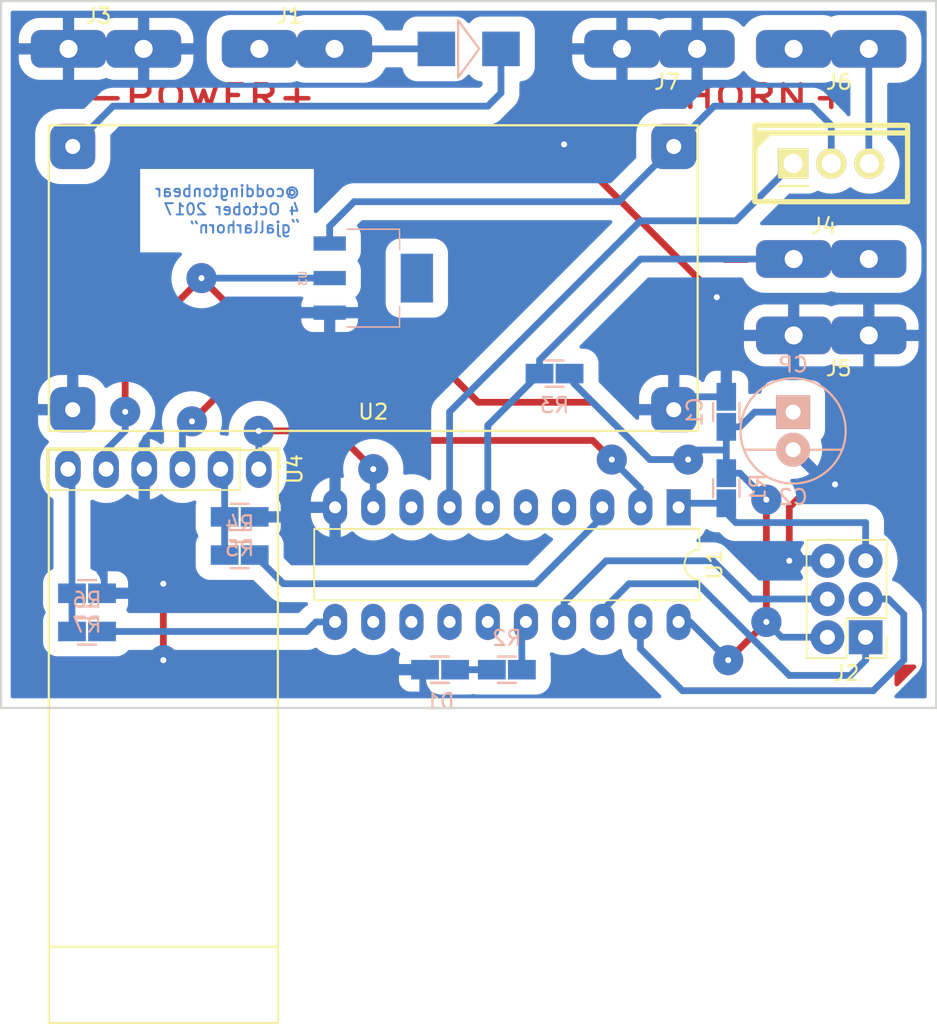
<source format=kicad_pcb>
(kicad_pcb (version 20221018) (generator pcbnew)
  (layers (0 "F.Cu" signal) (31 "B.Cu" signal) (34 "B.Paste" user) (35 "F.Paste" user) (36 "B.SilkS" user "B.Silkscreen") (37 "F.SilkS" user "F.Silkscreen") (38 "B.Mask" user) (39 "F.Mask" user) (44 "Edge.Cuts" user))
  (net 0 "")
  (net 1 "+12V")
  (net 2 "GND")
  (net 3 "Net-(D1-Pad2)")
  (net 4 "Net-(R2-Pad1)")
  (net 5 "Net-(R4-Pad2)")
  (net 6 "Net-(U1-Pad13)")
  (net 7 "Net-(U1-Pad4)")
  (net 8 "Net-(U1-Pad5)")
  (net 9 "Net-(U1-Pad15)")
  (net 10 "Net-(U1-Pad8)")
  (net 11 "Net-(D2-Pad1)")
  (net 12 "Net-(D2-Pad2)")
  (net 13 "+5V")
  (net 14 "HORN")
  (net 15 "RESET")
  (net 16 "TX")
  (net 17 "Net-(R6-Pad2)")
  (net 18 "BT_ENABLE")
  (net 19 "MISO")
  (net 20 "SCK")
  (net 21 "MOSI")
  (net 22 "BT_STATE")
  (net 23 "RX")
  (net 24 "Net-(U1-Pad14)")
  (net 25 "Net-(U1-Pad12)")
  (net 26 "Net-(J6-Pad1)")
  (net 27 "Net-(J4-Pad1)")
  (footprint "coddingtonbear/coddingtonbear.pretty:TAB" (layer "F.Cu") (at 143.51 38.1 180)
    (fp_text reference "J1" (at 0.5 2.2 180) (layer "F.SilkS"))
    (fp_text value "VCC")
    (pad "1" thru_hole roundrect (at -2.5 0 180) (size 5 2.5) (drill 1.2) (layers "*.Cu" "*.Mask") (net 12 "Net-(D2-Pad2)"))
    (pad "1" thru_hole roundrect (at 2.5 0 180) (size 5 2.5) (drill 1.2) (layers "*.Cu" "*.Mask") (net 12 "Net-(D2-Pad2)"))
  )
  (footprint "coddingtonbear/coddingtonbear.pretty:TAB" (layer "F.Cu") (at 130.81 38.1 180)
    (fp_text reference "J3" (at 0.5 2.2 180) (layer "F.SilkS"))
    (fp_text value "GND")
    (pad "1" thru_hole roundrect (at -2.5 0 180) (size 5 2.5) (drill 1.2) (layers "*.Cu" "*.Mask") (net 2 "GND"))
    (pad "1" thru_hole roundrect (at 2.5 0 180) (size 5 2.5) (drill 1.2) (layers "*.Cu" "*.Mask") (net 2 "GND"))
  )
  (footprint "coddingtonbear/coddingtonbear.pretty:TAB" (layer "F.Cu") (at 179.07 52.07 180)
    (fp_text reference "J4" (at 0.5 2.2 180) (layer "F.SilkS"))
    (fp_text value "BUTTON-")
    (pad "1" thru_hole roundrect (at -2.5 0 180) (size 5 2.5) (drill 1.2) (layers "*.Cu" "*.Mask") (net 27 "Net-(J4-Pad1)"))
    (pad "1" thru_hole roundrect (at 2.5 0 180) (size 5 2.5) (drill 1.2) (layers "*.Cu" "*.Mask") (net 27 "Net-(J4-Pad1)"))
  )
  (footprint "coddingtonbear/coddingtonbear.pretty:TAB" (layer "F.Cu") (at 179.07 57.15)
    (fp_text reference "J5" (at 0.5 2.2) (layer "F.SilkS"))
    (fp_text value "BUTTON+")
    (pad "1" thru_hole roundrect (at -2.5 0) (size 5 2.5) (drill 1.2) (layers "*.Cu" "*.Mask") (net 2 "GND"))
    (pad "1" thru_hole roundrect (at 2.5 0) (size 5 2.5) (drill 1.2) (layers "*.Cu" "*.Mask") (net 2 "GND"))
  )
  (footprint "coddingtonbear/coddingtonbear.pretty:TAB" (layer "F.Cu") (at 179.07 38.1)
    (fp_text reference "J6" (at 0.5 2.2) (layer "F.SilkS"))
    (fp_text value "HORN+")
    (pad "1" thru_hole roundrect (at -2.5 0) (size 5 2.5) (drill 1.2) (layers "*.Cu" "*.Mask") (net 26 "Net-(J6-Pad1)"))
    (pad "1" thru_hole roundrect (at 2.5 0) (size 5 2.5) (drill 1.2) (layers "*.Cu" "*.Mask") (net 26 "Net-(J6-Pad1)"))
  )
  (footprint "coddingtonbear/coddingtonbear.pretty:TAB" (layer "F.Cu") (at 167.64 38.1)
    (fp_text reference "J7" (at 0.5 2.2) (layer "F.SilkS"))
    (fp_text value "HORN-")
    (pad "1" thru_hole roundrect (at -2.5 0) (size 5 2.5) (drill 1.2) (layers "*.Cu" "*.Mask") (net 2 "GND"))
    (pad "1" thru_hole roundrect (at 2.5 0) (size 5 2.5) (drill 1.2) (layers "*.Cu" "*.Mask") (net 2 "GND"))
  )
  (footprint "cpavlina/kicad-pcblib/pth-semi.pretty:TO-220" (layer "F.Cu") (at 179.07 45.72)
    (fp_text reference "Q1" (at 0 0) (layer "F.SilkS") (effects (font (size 0.8 0.8))))
    (fp_text value "Q_NMOS_GDS")
    (fp_line (start -5.08 -2.54) (end -5.08 2.54) (stroke (width 0.35)) (layer "F.SilkS"))
    (fp_line (start -5.08 -2.032) (end 5.08 -2.032) (stroke (width 0.35)) (layer "F.SilkS"))
    (fp_line (start -5.08 2.54) (end 5.08 2.54) (stroke (width 0.35)) (layer "F.SilkS"))
    (fp_line (start -5.0292 -1.1176) (end -4.1656 -1.9812) (stroke (width 0.35)) (layer "F.SilkS"))
    (fp_line (start -4.572 -2.032) (end -5.08 -1.524) (stroke (width 0.35)) (layer "F.SilkS"))
    (fp_line (start -3.5 1.5) (end -1.5 1.5) (stroke (width 0.15)) (layer "F.SilkS"))
    (fp_line (start 5.08 -2.54) (end -5.08 -2.54) (stroke (width 0.35)) (layer "F.SilkS"))
    (fp_line (start 5.08 2.54) (end 5.08 -2.54) (stroke (width 0.35)) (layer "F.SilkS"))
    (pad "1" thru_hole rect (at -2.54 0) (size 1.99898 1.99898) (drill 1.27) (layers "*.Cu" "*.Mask" "F.SilkS") (net 14 "HORN"))
    (pad "2" thru_hole circle (at 0 0) (size 1.99898 1.99898) (drill 1.27) (layers "*.Cu" "*.Mask" "F.SilkS") (net 1 "+12V"))
    (pad "3" thru_hole circle (at 2.54 0) (size 1.99898 1.99898) (drill 1.27) (layers "*.Cu" "*.Mask" "F.SilkS") (net 26 "Net-(J6-Pad1)"))
  )
  (footprint "coddingtonbear/coddingtonbear.pretty:BOOST_REGULATOR" (layer "F.Cu") (at 148.59 53.34)
    (fp_text reference "U2" (at 0 8.89) (layer "F.SilkS"))
    (fp_text value "BOOST_REGULATOR")
    (fp_line (start -21.59 -10.16) (end 21.59 -10.16) (stroke (width 0.15)) (layer "F.SilkS"))
    (fp_line (start -21.59 10.16) (end -21.59 -10.16) (stroke (width 0.15)) (layer "F.SilkS"))
    (fp_line (start 21.59 -10.16) (end 21.59 10.16) (stroke (width 0.15)) (layer "F.SilkS"))
    (fp_line (start 21.59 10.16) (end -21.59 10.16) (stroke (width 0.15)) (layer "F.SilkS"))
    (pad "1" thru_hole roundrect (at -20 -8.75) (size 3 3) (drill 1) (layers "*.Cu" "*.Mask") (net 11 "Net-(D2-Pad1)"))
    (pad "2" thru_hole roundrect (at -20 8.75) (size 3 3) (drill 1) (layers "*.Cu" "*.Mask") (net 2 "GND"))
    (pad "3" thru_hole roundrect (at 20 -8.75) (size 3 3) (drill 1) (layers "*.Cu" "*.Mask") (net 1 "+12V"))
    (pad "4" thru_hole roundrect (at 20 8.75) (size 3 3) (drill 1) (layers "*.Cu" "*.Mask") (net 2 "GND"))
  )
  (footprint "KiCad/Pin_Headers.pretty:Pin_Header_Straight_2x03_Pitch2.54mm" (layer "F.Cu") (at 181.356 77.216 180)
    (fp_text reference "J2" (at 1.27 -2.39 180) (layer "F.SilkS"))
    (fp_text value "PROG")
    (fp_line (start -1.39 -1.39) (end 0 -1.39) (stroke (width 0.12)) (layer "F.SilkS"))
    (fp_line (start -1.39 0) (end -1.39 -1.39) (stroke (width 0.12)) (layer "F.SilkS"))
    (fp_line (start -1.39 1.27) (end -1.39 6.47) (stroke (width 0.12)) (layer "F.SilkS"))
    (fp_line (start -1.39 6.47) (end 3.93 6.47) (stroke (width 0.12)) (layer "F.SilkS"))
    (fp_line (start 1.27 -1.39) (end 1.27 1.27) (stroke (width 0.12)) (layer "F.SilkS"))
    (fp_line (start 1.27 1.27) (end -1.39 1.27) (stroke (width 0.12)) (layer "F.SilkS"))
    (fp_line (start 3.93 -1.39) (end 1.27 -1.39) (stroke (width 0.12)) (layer "F.SilkS"))
    (fp_line (start 3.93 6.47) (end 3.93 -1.39) (stroke (width 0.12)) (layer "F.SilkS"))
    (pad "1" thru_hole rect (at 0 0 180) (size 2.25 2.25) (drill 1) (layers "*.Cu" "*.Mask") (net 19 "MISO"))
    (pad "2" thru_hole oval (at 2.54 0 180) (size 2.25 2.25) (drill 1) (layers "*.Cu" "*.Mask") (net 13 "+5V"))
    (pad "3" thru_hole oval (at 0 2.54 180) (size 2.25 2.25) (drill 1) (layers "*.Cu" "*.Mask") (net 20 "SCK"))
    (pad "4" thru_hole oval (at 2.54 2.54 180) (size 2.25 2.25) (drill 1) (layers "*.Cu" "*.Mask") (net 21 "MOSI"))
    (pad "5" thru_hole oval (at 0 5.08 180) (size 2.25 2.25) (drill 1) (layers "*.Cu" "*.Mask") (net 15 "RESET"))
    (pad "6" thru_hole oval (at 2.54 5.08 180) (size 2.25 2.25) (drill 1) (layers "*.Cu" "*.Mask") (net 2 "GND"))
  )
  (footprint "KiCad/Pin_Headers.pretty:Pin_Header_Straight_1x06_Pitch2.54mm" (layer "F.Cu") (at 140.97 66.04 -90)
    (fp_text reference "U4" (at 0 -2.39 270) (layer "F.SilkS"))
    (fp_text value "HC-05_breakout")
    (fp_line (start -1.39 -1.39) (end 0 -1.39) (stroke (width 0.12)) (layer "F.SilkS"))
    (fp_line (start -1.39 0) (end -1.39 -1.39) (stroke (width 0.12)) (layer "F.SilkS"))
    (fp_line (start -1.39 1.27) (end -1.39 14.09) (stroke (width 0.12)) (layer "F.SilkS"))
    (fp_line (start -1.39 14.09) (end 1.39 14.09) (stroke (width 0.12)) (layer "F.SilkS"))
    (fp_line (start -1.27 -1.27) (end 36.83 -1.27) (stroke (width 0.15)) (layer "F.SilkS"))
    (fp_line (start -1.27 13.97) (end -1.27 -1.27) (stroke (width 0.15)) (layer "F.SilkS"))
    (fp_line (start 1.39 1.27) (end -1.39 1.27) (stroke (width 0.12)) (layer "F.SilkS"))
    (fp_line (start 1.39 14.09) (end 1.39 1.27) (stroke (width 0.12)) (layer "F.SilkS"))
    (fp_line (start 31.75 -1.27) (end 31.75 13.97) (stroke (width 0.15)) (layer "F.SilkS"))
    (fp_line (start 36.83 -1.27) (end 36.83 13.97) (stroke (width 0.15)) (layer "F.SilkS"))
    (fp_line (start 36.83 13.97) (end -1.27 13.97) (stroke (width 0.15)) (layer "F.SilkS"))
    (pad "1" thru_hole oval (at 0 0 270) (size 2.5 1.7) (drill 1) (layers "*.Cu" "*.Mask") (net 22 "BT_STATE"))
    (pad "2" thru_hole oval (at 0 2.54 270) (size 2.5 1.7) (drill 1) (layers "*.Cu" "*.Mask") (net 5 "Net-(R4-Pad2)"))
    (pad "3" thru_hole oval (at 0 5.08 270) (size 2.5 1.7) (drill 1) (layers "*.Cu" "*.Mask") (net 23 "RX"))
    (pad "4" thru_hole oval (at 0 7.62 270) (size 2.5 1.7) (drill 1) (layers "*.Cu" "*.Mask") (net 2 "GND"))
    (pad "5" thru_hole oval (at 0 10.16 270) (size 2.5 1.7) (drill 1) (layers "*.Cu" "*.Mask") (net 13 "+5V"))
    (pad "6" thru_hole oval (at 0 12.7 270) (size 2.5 1.7) (drill 1) (layers "*.Cu" "*.Mask") (net 17 "Net-(R6-Pad2)"))
  )
  (footprint "KiCad/Housings_DIP.pretty:DIP-20_W7.62mm_LongPads" (layer "F.Cu") (at 168.91 68.58 -90)
    (fp_text reference "U1" (at 3.81 -2.39 270) (layer "F.SilkS"))
    (fp_text value "ATTINY2313-20PU")
    (fp_line (start 1.44 -1.39) (end 1.44 24.25) (stroke (width 0.12)) (layer "F.SilkS"))
    (fp_line (start 1.44 24.25) (end 6.18 24.25) (stroke (width 0.12)) (layer "F.SilkS"))
    (fp_line (start 2.81 -1.39) (end 1.44 -1.39) (stroke (width 0.12)) (layer "F.SilkS"))
    (fp_line (start 6.18 -1.39) (end 4.81 -1.39) (stroke (width 0.12)) (layer "F.SilkS"))
    (fp_line (start 6.18 24.25) (end 6.18 -1.39) (stroke (width 0.12)) (layer "F.SilkS"))
    (fp_arc (start 4.81 -1.39) (mid 3.81 -0.39) (end 2.81 -1.39) (stroke (width 0.12)) (layer "F.SilkS"))
    (pad "1" thru_hole rect (at 0 0 270) (size 2.4 1.6) (drill 0.8) (layers "*.Cu" "*.Mask") (net 15 "RESET"))
    (pad "2" thru_hole oval (at 0 2.54 270) (size 2.4 1.6) (drill 0.8) (layers "*.Cu" "*.Mask") (net 23 "RX"))
    (pad "3" thru_hole oval (at 0 5.08 270) (size 2.4 1.6) (drill 0.8) (layers "*.Cu" "*.Mask") (net 16 "TX"))
    (pad "4" thru_hole oval (at 0 7.62 270) (size 2.4 1.6) (drill 0.8) (layers "*.Cu" "*.Mask") (net 7 "Net-(U1-Pad4)"))
    (pad "5" thru_hole oval (at 0 10.16 270) (size 2.4 1.6) (drill 0.8) (layers "*.Cu" "*.Mask") (net 8 "Net-(U1-Pad5)"))
    (pad "6" thru_hole oval (at 0 12.7 270) (size 2.4 1.6) (drill 0.8) (layers "*.Cu" "*.Mask") (net 27 "Net-(J4-Pad1)"))
    (pad "7" thru_hole oval (at 0 15.24 270) (size 2.4 1.6) (drill 0.8) (layers "*.Cu" "*.Mask") (net 14 "HORN"))
    (pad "8" thru_hole oval (at 0 17.78 270) (size 2.4 1.6) (drill 0.8) (layers "*.Cu" "*.Mask") (net 10 "Net-(U1-Pad8)"))
    (pad "9" thru_hole oval (at 0 20.32 270) (size 2.4 1.6) (drill 0.8) (layers "*.Cu" "*.Mask") (net 22 "BT_STATE"))
    (pad "10" thru_hole oval (at 0 22.86 270) (size 2.4 1.6) (drill 0.8) (layers "*.Cu" "*.Mask") (net 2 "GND"))
    (pad "11" thru_hole oval (at 7.62 22.86 270) (size 2.4 1.6) (drill 0.8) (layers "*.Cu" "*.Mask") (net 18 "BT_ENABLE"))
    (pad "12" thru_hole oval (at 7.62 20.32 270) (size 2.4 1.6) (drill 0.8) (layers "*.Cu" "*.Mask") (net 25 "Net-(U1-Pad12)"))
    (pad "13" thru_hole oval (at 7.62 17.78 270) (size 2.4 1.6) (drill 0.8) (layers "*.Cu" "*.Mask") (net 6 "Net-(U1-Pad13)"))
    (pad "14" thru_hole oval (at 7.62 15.24 270) (size 2.4 1.6) (drill 0.8) (layers "*.Cu" "*.Mask") (net 24 "Net-(U1-Pad14)"))
    (pad "15" thru_hole oval (at 7.62 12.7 270) (size 2.4 1.6) (drill 0.8) (layers "*.Cu" "*.Mask") (net 9 "Net-(U1-Pad15)"))
    (pad "16" thru_hole oval (at 7.62 10.16 270) (size 2.4 1.6) (drill 0.8) (layers "*.Cu" "*.Mask") (net 4 "Net-(R2-Pad1)"))
    (pad "17" thru_hole oval (at 7.62 7.62 270) (size 2.4 1.6) (drill 0.8) (layers "*.Cu" "*.Mask") (net 21 "MOSI"))
    (pad "18" thru_hole oval (at 7.62 5.08 270) (size 2.4 1.6) (drill 0.8) (layers "*.Cu" "*.Mask") (net 19 "MISO"))
    (pad "19" thru_hole oval (at 7.62 2.54 270) (size 2.4 1.6) (drill 0.8) (layers "*.Cu" "*.Mask") (net 20 "SCK"))
    (pad "20" thru_hole oval (at 7.62 0 270) (size 2.4 1.6) (drill 0.8) (layers "*.Cu" "*.Mask") (net 13 "+5V"))
  )
  (footprint "coddingtonbear/coddingtonbear.pretty:0805_Milling" (layer "B.Cu") (at 139.7 69.215)
    (fp_text reference "R5" (at 0 2.1) (layer "B.SilkS") (effects (justify mirror)))
    (fp_text value "10k")
    (fp_line (start -0.6 0.875) (end 0.6 0.875) (stroke (width 0.15)) (layer "B.SilkS"))
    (fp_line (start 0.6 -0.875) (end -0.6 -0.875) (stroke (width 0.15)) (layer "B.SilkS"))
    (pad "1" smd rect (at -1 0) (size 1.85 1.3) (layers "B.Cu" "B.Paste" "B.Mask") (net 5 "Net-(R4-Pad2)"))
    (pad "2" smd rect (at 1 0) (size 1.85 1.3) (layers "B.Cu" "B.Paste" "B.Mask") (net 2 "GND"))
  )
  (footprint "coddingtonbear/coddingtonbear.pretty:0805_Milling" (layer "B.Cu") (at 129.54 76.835 180)
    (fp_text reference "R6" (at 0 2.1 180) (layer "B.SilkS") (effects (justify mirror)))
    (fp_text value "6.8k")
    (fp_line (start -0.6 0.875) (end 0.6 0.875) (stroke (width 0.15)) (layer "B.SilkS"))
    (fp_line (start 0.6 -0.875) (end -0.6 -0.875) (stroke (width 0.15)) (layer "B.SilkS"))
    (pad "1" smd rect (at -1 0 180) (size 1.85 1.3) (layers "B.Cu" "B.Paste" "B.Mask") (net 18 "BT_ENABLE"))
    (pad "2" smd rect (at 1 0 180) (size 1.85 1.3) (layers "B.Cu" "B.Paste" "B.Mask") (net 17 "Net-(R6-Pad2)"))
  )
  (footprint "coddingtonbear/coddingtonbear.pretty:0805_Milling" (layer "B.Cu") (at 129.54 74.295)
    (fp_text reference "R7" (at 0 2.1) (layer "B.SilkS") (effects (justify mirror)))
    (fp_text value "10k")
    (fp_line (start -0.6 0.875) (end 0.6 0.875) (stroke (width 0.15)) (layer "B.SilkS"))
    (fp_line (start 0.6 -0.875) (end -0.6 -0.875) (stroke (width 0.15)) (layer "B.SilkS"))
    (pad "1" smd rect (at -1 0) (size 1.85 1.3) (layers "B.Cu" "B.Paste" "B.Mask") (net 17 "Net-(R6-Pad2)"))
    (pad "2" smd rect (at 1 0) (size 1.85 1.3) (layers "B.Cu" "B.Paste" "B.Mask") (net 2 "GND"))
  )
  (footprint "coddingtonbear/coddingtonbear.pretty:0805_Milling" (layer "B.Cu") (at 172.085 62.23 -90)
    (fp_text reference "C1" (at 0 2.1 270) (layer "B.SilkS") (effects (justify mirror)))
    (fp_text value "0.1u")
    (fp_line (start -0.6 0.875) (end 0.6 0.875) (stroke (width 0.15)) (layer "B.SilkS"))
    (fp_line (start 0.6 -0.875) (end -0.6 -0.875) (stroke (width 0.15)) (layer "B.SilkS"))
    (pad "1" smd rect (at -1 0 270) (size 1.85 1.3) (layers "B.Cu" "B.Paste" "B.Mask") (net 2 "GND"))
    (pad "2" smd rect (at 1 0 270) (size 1.85 1.3) (layers "B.Cu" "B.Paste" "B.Mask") (net 13 "+5V"))
  )
  (footprint "coddingtonbear/coddingtonbear.pretty:0805_Milling" (layer "B.Cu") (at 153.035 79.375)
    (fp_text reference "D1" (at 0 2.1) (layer "B.SilkS") (effects (justify mirror)))
    (fp_text value "RED")
    (fp_line (start -0.6 0.875) (end 0.6 0.875) (stroke (width 0.15)) (layer "B.SilkS"))
    (fp_line (start 0.6 -0.875) (end -0.6 -0.875) (stroke (width 0.15)) (layer "B.SilkS"))
    (pad "1" smd rect (at -1 0) (size 1.85 1.3) (layers "B.Cu" "B.Paste" "B.Mask") (net 2 "GND"))
    (pad "2" smd rect (at 1 0) (size 1.85 1.3) (layers "B.Cu" "B.Paste" "B.Mask") (net 3 "Net-(D1-Pad2)"))
  )
  (footprint "coddingtonbear/coddingtonbear.pretty:0805_Milling" (layer "B.Cu") (at 172.085 67.31 90)
    (fp_text reference "R1" (at 0 2.1 90) (layer "B.SilkS") (effects (justify mirror)))
    (fp_text value "10k")
    (fp_line (start -0.6 0.875) (end 0.6 0.875) (stroke (width 0.15)) (layer "B.SilkS"))
    (fp_line (start 0.6 -0.875) (end -0.6 -0.875) (stroke (width 0.15)) (layer "B.SilkS"))
    (pad "1" smd rect (at -1 0 90) (size 1.85 1.3) (layers "B.Cu" "B.Paste" "B.Mask") (net 15 "RESET"))
    (pad "2" smd rect (at 1 0 90) (size 1.85 1.3) (layers "B.Cu" "B.Paste" "B.Mask") (net 13 "+5V"))
  )
  (footprint "coddingtonbear/coddingtonbear.pretty:0805_Milling" (layer "B.Cu") (at 157.48 79.375 180)
    (fp_text reference "R2" (at 0 2.1 180) (layer "B.SilkS") (effects (justify mirror)))
    (fp_text value "1k")
    (fp_line (start -0.6 0.875) (end 0.6 0.875) (stroke (width 0.15)) (layer "B.SilkS"))
    (fp_line (start 0.6 -0.875) (end -0.6 -0.875) (stroke (width 0.15)) (layer "B.SilkS"))
    (pad "1" smd rect (at -1 0 180) (size 1.85 1.3) (layers "B.Cu" "B.Paste" "B.Mask") (net 4 "Net-(R2-Pad1)"))
    (pad "2" smd rect (at 1 0 180) (size 1.85 1.3) (layers "B.Cu" "B.Paste" "B.Mask") (net 3 "Net-(D1-Pad2)"))
  )
  (footprint "coddingtonbear/coddingtonbear.pretty:0805_Milling" (layer "B.Cu") (at 160.655 59.69)
    (fp_text reference "R3" (at 0 2.1) (layer "B.SilkS") (effects (justify mirror)))
    (fp_text value "10k")
    (fp_line (start -0.6 0.875) (end 0.6 0.875) (stroke (width 0.15)) (layer "B.SilkS"))
    (fp_line (start 0.6 -0.875) (end -0.6 -0.875) (stroke (width 0.15)) (layer "B.SilkS"))
    (pad "1" smd rect (at -1 0) (size 1.85 1.3) (layers "B.Cu" "B.Paste" "B.Mask") (net 27 "Net-(J4-Pad1)"))
    (pad "2" smd rect (at 1 0) (size 1.85 1.3) (layers "B.Cu" "B.Paste" "B.Mask") (net 13 "+5V"))
  )
  (footprint "coddingtonbear/coddingtonbear.pretty:0805_Milling" (layer "B.Cu") (at 139.7 71.755 180)
    (fp_text reference "R4" (at 0 2.1 180) (layer "B.SilkS") (effects (justify mirror)))
    (fp_text value "6.8k")
    (fp_line (start -0.6 0.875) (end 0.6 0.875) (stroke (width 0.15)) (layer "B.SilkS"))
    (fp_line (start 0.6 -0.875) (end -0.6 -0.875) (stroke (width 0.15)) (layer "B.SilkS"))
    (pad "1" smd rect (at -1 0 180) (size 1.85 1.3) (layers "B.Cu" "B.Paste" "B.Mask") (net 16 "TX"))
    (pad "2" smd rect (at 1 0 180) (size 1.85 1.3) (layers "B.Cu" "B.Paste" "B.Mask") (net 5 "Net-(R4-Pad2)"))
  )
  (footprint "brunoeagle/kicad-open-modules:SOT-223" (layer "B.Cu") (at 148.59 53.34 90)
    (fp_text reference "U3" (at -0.014 -4.667 -90) (layer "B.SilkS") (effects (font (size 0.5 0.5) (thickness 0.1)) (justify mirror)))
    (fp_text value "AP1117-5.0")
    (fp_line (start -3.25 -1.75) (end -3.25 1.75) (stroke (width 0.1)) (layer "B.SilkS"))
    (fp_line (start -3.25 1.75) (end -1.9 1.75) (stroke (width 0.1)) (layer "B.SilkS"))
    (fp_line (start 3.25 1.75) (end 1.9 1.75) (stroke (width 0.1)) (layer "B.SilkS"))
    (fp_line (start 3.25 1.75) (end 3.25 -1.75) (stroke (width 0.1)) (layer "B.SilkS"))
    (pad "1" smd rect (at -2.3 -2.9 90) (size 0.95 2.15) (layers "B.Cu" "B.Paste" "B.Mask") (net 2 "GND"))
    (pad "2" smd rect (at 0 -2.9 90) (size 0.95 2.15) (layers "B.Cu" "B.Paste" "B.Mask") (net 13 "+5V"))
    (pad "3" smd rect (at 2.3 -2.9 90) (size 0.95 2.15) (layers "B.Cu" "B.Paste" "B.Mask") (net 1 "+12V"))
    (pad "4" smd rect (at 0 2.9 90) (size 3.25 2.15) (layers "B.Cu" "B.Paste" "B.Mask"))
  )
  (footprint "adamgreig/agg-kicad/agg.pretty:DO-214AA-SMB" (layer "B.Cu") (at 154.94 38.1 180)
    (fp_text reference "D2")
    (fp_text value "D")
    (fp_line (start -0.7 0) (end 0.7 -1.895) (stroke (width 0.15)) (layer "B.SilkS"))
    (fp_line (start -0.7 0) (end 0.7 1.895) (stroke (width 0.15)) (layer "B.SilkS"))
    (fp_line (start 0.7 1.895) (end 0.7 -1.895) (stroke (width 0.15)) (layer "B.SilkS"))
    (pad "1" smd rect (at -2.15 0 180) (size 2.5 2.3) (layers "B.Cu" "B.Paste" "B.Mask") (net 11 "Net-(D2-Pad1)"))
    (pad "2" smd rect (at 2.15 0 180) (size 2.5 2.3) (layers "B.Cu" "B.Paste" "B.Mask") (net 12 "Net-(D2-Pad2)"))
  )
  (footprint "usagi1975/kicad_mod.pretty:Capacitor_Electrolytic_D6.3xP2.5" (layer "B.Cu") (at 176.53 63.5)
    (fp_text reference "C2" (at 0 4.4) (layer "B.SilkS") (effects (justify mirror)))
    (fp_text value "CP" (at 0 -4.4) (layer "B.SilkS") (effects (justify mirror)))
    (fp_line (start -1 1.25) (end -3.25 1.25) (stroke (width 0.15)) (layer "B.SilkS"))
    (fp_line (start 1 1.25) (end 3.25 1.25) (stroke (width 0.15)) (layer "B.SilkS"))
    (fp_circle (center 0 0) (end 3.5 0) (stroke (width 0.15)) (fill none) (layer "B.SilkS"))
    (pad "1" thru_hole rect (at 0 -1.25) (size 2.25 2.25) (drill 1) (layers "*.Cu" "*.Mask" "B.SilkS") (net 13 "+5V"))
    (pad "2" thru_hole circle (at 0 1.25) (size 2.25 2.25) (drill 1) (layers "*.Cu" "*.Mask" "B.SilkS") (net 2 "GND"))
  )
  (gr_line (start 186.055 81.915) (end 123.825 81.915) (stroke (width 0.15)) (layer "Edge.Cuts"))
  (gr_line (start 186.055 34.925) (end 186.055 81.915) (stroke (width 0.15)) (layer "Edge.Cuts"))
  (gr_line (start 123.825 34.925) (end 186.055 34.925) (stroke (width 0.15)) (layer "Edge.Cuts"))
  (gr_line (start 123.825 81.915) (end 123.825 34.925) (stroke (width 0.15)) (layer "Edge.Cuts"))
  (gr_text "+" (at 143.51 41.275) (layer "F.Cu") (effects (font (size 1.5 2) (thickness 0.3)) (justify mirror)))
  (gr_text "-" (at 167.64 41.275) (layer "F.Cu") (effects (font (size 1.5 2) (thickness 0.3)) (justify mirror)))
  (gr_text "+" (at 179.07 41.275) (layer "F.Cu") (effects (font (size 1.5 2) (thickness 0.3)) (justify mirror)))
  (gr_text "-" (at 172.72 52.07) (layer "F.Cu") (effects (font (size 1.5 2) (thickness 0.3)) (justify mirror)))
  (gr_text "+" (at 172.72 57.15) (layer "F.Cu") (effects (font (size 1.5 2) (thickness 0.3)) (justify mirror)))
  (gr_text "POWER" (at 137.16 41.275) (layer "F.Cu") (effects (font (size 1.5 2) (thickness 0.3))))
  (gr_text "ACT" (at 181.61 60.96) (layer "F.Cu") (effects (font (size 1.5 2) (thickness 0.3))))
  (gr_text "-" (at 130.81 41.275) (layer "F.Cu") (effects (font (size 1.5 2) (thickness 0.3)) (justify mirror)))
  (gr_text "HORN" (at 173.355 41.275) (layer "F.Cu") (effects (font (size 1.5 2) (thickness 0.3))))
  (gr_text "◤\n" (at 183.896 79.756 90) (layer "F.Cu") (effects (font (size 1.5 1.5) (thickness 0.3)) (justify mirror)))
  (gr_text "@coddingtonbear\n4 October 2017\n“gjallarhorn”" (at 143.764 48.768) (layer "B.Cu") (effects (font (size 0.75 0.75) (thickness 0.125)) (justify left mirror)))
  (segment (start 179.07 43.18) (end 177.8 41.91) (width 0.45) (layer "B.Cu") (net 1))
  (segment (start 177.8 41.91) (end 171.27 41.91) (width 0.45) (layer "B.Cu") (net 1))
  (segment (start 171.27 41.91) (end 168.59 44.59) (width 0.45) (layer "B.Cu") (net 1))
  (segment (start 145.69 49.89) (end 147.32 48.26) (width 0.45) (layer "B.Cu") (net 1))
  (segment (start 147.32 48.26) (end 164.92 48.26) (width 0.45) (layer "B.Cu") (net 1))
  (segment (start 164.92 48.26) (end 168.59 44.59) (width 0.45) (layer "B.Cu") (net 1))
  (segment (start 179.07 45.72) (end 179.07 43.18) (width 0.45) (layer "B.Cu") (net 1))
  (segment (start 145.69 51.04) (end 145.69 49.89) (width 0.45) (layer "B.Cu") (net 1))
  (segment (start 134.62 73.66) (end 134.62 78.74) (width 0.45) (layer "F.Cu") (net 2))
  (segment (start 176.276 72.136) (end 176.276 68.58) (width 0.45) (layer "F.Cu") (net 2))
  (segment (start 176.276 68.58) (end 177.8 67.056) (width 0.45) (layer "F.Cu") (net 2))
  (segment (start 177.8 67.056) (end 179.324 67.056) (width 0.45) (layer "F.Cu") (net 2))
  (segment (start 161.29 44.45) (end 171.45 54.61) (width 0.45) (layer "F.Cu") (net 2))
  (via (at 134.62 73.66) (size 2) (drill 0.4) (layers "F.Cu" "B.Cu") (net 2))
  (via (at 134.62 78.74) (size 2) (drill 0.4) (layers "F.Cu" "B.Cu") (net 2))
  (via (at 161.29 44.45) (size 2) (drill 0.4) (layers "F.Cu" "B.Cu") (net 2))
  (via (at 179.324 67.056) (size 2) (drill 0.4) (layers "F.Cu" "B.Cu") (net 2))
  (via (at 176.276 72.136) (size 2) (drill 0.4) (layers "F.Cu" "B.Cu") (net 2))
  (via (at 171.45 54.61) (size 2) (drill 0.4) (layers "F.Cu" "B.Cu") (net 2))
  (segment (start 161.29 44.45) (end 165.14 40.6) (width 0.45) (layer "B.Cu") (net 2))
  (segment (start 165.14 38.1) (end 165.14 40.6) (width 0.45) (layer "B.Cu") (net 2))
  (segment (start 128.59 61.91) (end 128.59 62.09) (width 0.45) (layer "B.Cu") (net 2))
  (segment (start 169.45 61.23) (end 168.59 62.09) (width 0.45) (layer "B.Cu") (net 2))
  (segment (start 178.816 72.136) (end 176.276 72.136) (width 0.45) (layer "B.Cu") (net 2))
  (segment (start 172.085 61.23) (end 169.45 61.23) (width 0.45) (layer "B.Cu") (net 2))
  (segment (start 156.48 79.375) (end 154.035 79.375) (width 0.45) (layer "B.Cu") (net 3))
  (segment (start 158.48 76.47) (end 158.75 76.2) (width 0.45) (layer "B.Cu") (net 4))
  (segment (start 158.48 79.375) (end 158.48 76.47) (width 0.45) (layer "B.Cu") (net 4))
  (segment (start 138.7 66.31) (end 138.43 66.04) (width 0.45) (layer "B.Cu") (net 5))
  (segment (start 138.7 71.755) (end 138.7 69.215) (width 0.45) (layer "B.Cu") (net 5))
  (segment (start 138.7 69.215) (end 138.7 66.31) (width 0.45) (layer "B.Cu") (net 5))
  (segment (start 157.09 41.03) (end 156.21 41.91) (width 0.45) (layer "B.Cu") (net 11))
  (segment (start 156.21 41.91) (end 131.27 41.91) (width 0.45) (layer "B.Cu") (net 11))
  (segment (start 131.27 41.91) (end 128.59 44.59) (width 0.45) (layer "B.Cu") (net 11))
  (segment (start 157.09 38.1) (end 157.09 41.03) (width 0.45) (layer "B.Cu") (net 11))
  (segment (start 141.01 38.1) (end 146.01 38.1) (width 0.45) (layer "B.Cu") (net 12))
  (segment (start 146.01 38.1) (end 152.79 38.1) (width 0.45) (layer "B.Cu") (net 12))
  (segment (start 172.212 78.74) (end 174.752 76.2) (width 0.45) (layer "F.Cu") (net 13))
  (segment (start 132.08 58.42) (end 137.16 53.34) (width 0.45) (layer "F.Cu") (net 13))
  (segment (start 141.605 57.785) (end 137.16 53.34) (width 0.45) (layer "F.Cu") (net 13))
  (segment (start 167.005 65.405) (end 163.195 61.595) (width 0.45) (layer "F.Cu") (net 13))
  (segment (start 163.195 61.595) (end 155.575 61.595) (width 0.45) (layer "F.Cu") (net 13))
  (segment (start 155.575 61.595) (end 151.765 57.785) (width 0.45) (layer "F.Cu") (net 13))
  (segment (start 169.545 65.405) (end 167.005 65.405) (width 0.45) (layer "F.Cu") (net 13))
  (segment (start 132.08 62.23) (end 132.08 58.42) (width 0.45) (layer "F.Cu") (net 13))
  (segment (start 174.752 76.2) (end 174.752 68.072) (width 0.45) (layer "F.Cu") (net 13))
  (segment (start 151.765 57.785) (end 141.605 57.785) (width 0.45) (layer "F.Cu") (net 13))
  (via (at 137.16 53.34) (size 2) (drill 0.4) (layers "F.Cu" "B.Cu") (net 13))
  (via (at 169.545 65.405) (size 2) (drill 0.4) (layers "F.Cu" "B.Cu") (net 13))
  (via (at 172.212 78.74) (size 2) (drill 0.4) (layers "F.Cu" "B.Cu") (net 13))
  (via (at 174.752 76.2) (size 2) (drill 0.4) (layers "F.Cu" "B.Cu") (net 13))
  (via (at 174.752 68.072) (size 2) (drill 0.4) (layers "F.Cu" "B.Cu") (net 13))
  (via (at 132.08 62.23) (size 2) (drill 0.4) (layers "F.Cu" "B.Cu") (net 13))
  (segment (start 169.672 76.2) (end 172.212 78.74) (width 0.45) (layer "B.Cu") (net 13))
  (segment (start 174.752 76.2) (end 175.768 77.216) (width 0.45) (layer "B.Cu") (net 13))
  (segment (start 175.768 77.216) (end 178.816 77.216) (width 0.45) (layer "B.Cu") (net 13))
  (segment (start 174.752 68.072) (end 172.99 66.31) (width 0.45) (layer "B.Cu") (net 13))
  (segment (start 172.99 66.31) (end 172.085 66.31) (width 0.45) (layer "B.Cu") (net 13))
  (segment (start 172.99 63.23) (end 173.97 62.25) (width 0.45) (layer "B.Cu") (net 13))
  (segment (start 173.97 62.25) (end 176.53 62.25) (width 0.45) (layer "B.Cu") (net 13))
  (segment (start 167.005 65.405) (end 163.83 62.23) (width 0.45) (layer "B.Cu") (net 13))
  (segment (start 137.16 53.34) (end 145.69 53.34) (width 0.45) (layer "B.Cu") (net 13))
  (segment (start 161.925 60.325) (end 161.925 59.96) (width 0.45) (layer "B.Cu") (net 13))
  (segment (start 161.925 59.96) (end 161.655 59.69) (width 0.45) (layer "B.Cu") (net 13))
  (segment (start 169.545 65.405) (end 170.18 64.77) (width 0.45) (layer "B.Cu") (net 13))
  (segment (start 170.18 64.77) (end 172.085 64.77) (width 0.45) (layer "B.Cu") (net 13))
  (segment (start 172.085 64.77) (end 172.085 63.23) (width 0.45) (layer "B.Cu") (net 13))
  (segment (start 172.335 63.48) (end 172.085 63.23) (width 0.45) (layer "B.Cu") (net 13))
  (segment (start 130.81 64.77) (end 132.08 63.5) (width 0.45) (layer "B.Cu") (net 13))
  (segment (start 132.08 63.5) (end 132.08 62.23) (width 0.45) (layer "B.Cu") (net 13))
  (segment (start 172.085 63.23) (end 172.99 63.23) (width 0.45) (layer "B.Cu") (net 13))
  (segment (start 172.085 66.31) (end 172.085 64.77) (width 0.45) (layer "B.Cu") (net 13))
  (segment (start 161.925 60.325) (end 163.83 62.23) (width 0.45) (layer "B.Cu") (net 13))
  (segment (start 130.81 66.04) (end 130.81 64.77) (width 0.45) (layer "B.Cu") (net 13))
  (segment (start 167.005 65.405) (end 169.545 65.405) (width 0.45) (layer "B.Cu") (net 13))
  (segment (start 168.91 76.2) (end 169.672 76.2) (width 0.45) (layer "B.Cu") (net 13))
  (segment (start 153.67 62.23) (end 166.37 49.53) (width 0.45) (layer "B.Cu") (net 14))
  (segment (start 166.37 49.53) (end 172.72 49.53) (width 0.45) (layer "B.Cu") (net 14))
  (segment (start 172.72 49.53) (end 176.53 45.72) (width 0.45) (layer "B.Cu") (net 14))
  (segment (start 153.67 68.58) (end 153.67 62.23) (width 0.45) (layer "B.Cu") (net 14))
  (segment (start 172.085 68.961) (end 172.72 69.596) (width 0.45) (layer "B.Cu") (net 15))
  (segment (start 172.72 69.596) (end 181.356 69.596) (width 0.45) (layer "B.Cu") (net 15))
  (segment (start 181.356 69.596) (end 181.356 72.136) (width 0.45) (layer "B.Cu") (net 15))
  (segment (start 169.18 68.31) (end 168.91 68.58) (width 0.45) (layer "B.Cu") (net 15))
  (segment (start 172.085 68.31) (end 172.085 68.961) (width 0.45) (layer "B.Cu") (net 15))
  (segment (start 172.085 68.31) (end 169.18 68.31) (width 0.45) (layer "B.Cu") (net 15))
  (segment (start 142.605 73.66) (end 142.24 73.295) (width 0.45) (layer "B.Cu") (net 16))
  (segment (start 159.385 73.66) (end 163.83 69.215) (width 0.45) (layer "B.Cu") (net 16))
  (segment (start 159.385 73.66) (end 142.875 73.66) (width 0.45) (layer "B.Cu") (net 16))
  (segment (start 142.605 73.66) (end 142.24 73.295) (width 0.45) (layer "B.Cu") (net 16))
  (segment (start 142.24 73.295) (end 140.7 71.755) (width 0.45) (layer "B.Cu") (net 16))
  (segment (start 163.83 68.58) (end 163.83 69.215) (width 0.45) (layer "B.Cu") (net 16))
  (segment (start 142.605 73.66) (end 142.875 73.66) (width 0.45) (layer "B.Cu") (net 16))
  (segment (start 128.54 66.31) (end 128.27 66.04) (width 0.45) (layer "B.Cu") (net 17))
  (segment (start 128.54 66.31) (end 128.27 66.04) (width 0.45) (layer "B.Cu") (net 17))
  (segment (start 128.54 74.295) (end 128.54 66.31) (width 0.45) (layer "B.Cu") (net 17))
  (segment (start 128.54 76.835) (end 128.54 74.295) (width 0.45) (layer "B.Cu") (net 17))
  (segment (start 144.78 76.2) (end 144.145 76.835) (width 0.45) (layer "B.Cu") (net 18))
  (segment (start 144.145 76.835) (end 130.54 76.835) (width 0.45) (layer "B.Cu") (net 18))
  (segment (start 146.05 76.2) (end 144.78 76.2) (width 0.45) (layer "B.Cu") (net 18))
  (segment (start 163.83 75.438) (end 165.608 73.66) (width 0.45) (layer "B.Cu") (net 19))
  (segment (start 165.608 73.66) (end 170.18 73.66) (width 0.45) (layer "B.Cu") (net 19))
  (segment (start 170.18 73.66) (end 176.276 79.756) (width 0.45) (layer "B.Cu") (net 19))
  (segment (start 176.276 79.756) (end 180.34 79.756) (width 0.45) (layer "B.Cu") (net 19))
  (segment (start 180.34 79.756) (end 181.356 78.74) (width 0.45) (layer "B.Cu") (net 19))
  (segment (start 181.356 78.74) (end 181.356 77.216) (width 0.45) (layer "B.Cu") (net 19))
  (segment (start 163.83 76.2) (end 163.83 75.438) (width 0.45) (layer "B.Cu") (net 19))
  (segment (start 166.37 77.978) (end 169.164 80.772) (width 0.45) (layer "B.Cu") (net 20))
  (segment (start 169.164 80.772) (end 181.864 80.772) (width 0.45) (layer "B.Cu") (net 20))
  (segment (start 181.864 80.772) (end 183.896 78.74) (width 0.45) (layer "B.Cu") (net 20))
  (segment (start 183.896 78.74) (end 183.896 75.692) (width 0.45) (layer "B.Cu") (net 20))
  (segment (start 183.896 75.692) (end 182.88 74.676) (width 0.45) (layer "B.Cu") (net 20))
  (segment (start 182.88 74.676) (end 181.356 74.676) (width 0.45) (layer "B.Cu") (net 20))
  (segment (start 166.37 76.2) (end 166.37 77.978) (width 0.45) (layer "B.Cu") (net 20))
  (segment (start 161.29 74.93) (end 164.084 72.136) (width 0.45) (layer "B.Cu") (net 21))
  (segment (start 164.084 72.136) (end 171.196 72.136) (width 0.45) (layer "B.Cu") (net 21))
  (segment (start 171.196 72.136) (end 173.736 74.676) (width 0.45) (layer "B.Cu") (net 21))
  (segment (start 173.736 74.676) (end 178.816 74.676) (width 0.45) (layer "B.Cu") (net 21))
  (segment (start 161.29 76.2) (end 161.29 74.93) (width 0.45) (layer "B.Cu") (net 21))
  (segment (start 148.59 66.04) (end 146.05 63.5) (width 0.45) (layer "F.Cu") (net 22))
  (segment (start 146.05 63.5) (end 140.97 63.5) (width 0.45) (layer "F.Cu") (net 22))
  (via (at 140.97 63.5) (size 2) (drill 0.4) (layers "F.Cu" "B.Cu") (net 22))
  (via (at 148.59 66.04) (size 2) (drill 0.4) (layers "F.Cu" "B.Cu") (net 22))
  (segment (start 140.97 63.5) (end 140.97 66.04) (width 0.45) (layer "B.Cu") (net 22))
  (segment (start 148.59 68.58) (end 148.59 66.04) (width 0.45) (layer "B.Cu") (net 22))
  (segment (start 164.465 65.405) (end 163.195 64.135) (width 0.45) (layer "F.Cu") (net 23))
  (segment (start 163.195 64.135) (end 151.765 64.135) (width 0.45) (layer "F.Cu") (net 23))
  (segment (start 151.765 64.135) (end 147.955 60.325) (width 0.45) (layer "F.Cu") (net 23))
  (segment (start 147.955 60.325) (end 139.065 60.325) (width 0.45) (layer "F.Cu") (net 23))
  (segment (start 139.065 60.325) (end 136.525 62.865) (width 0.45) (layer "F.Cu") (net 23))
  (via (at 164.465 65.405) (size 2) (drill 0.4) (layers "F.Cu" "B.Cu") (net 23))
  (via (at 136.525 62.865) (size 2) (drill 0.4) (layers "F.Cu" "B.Cu") (net 23))
  (segment (start 166.37 67.31) (end 164.465 65.405) (width 0.45) (layer "B.Cu") (net 23))
  (segment (start 136.525 62.865) (end 135.89 63.5) (width 0.45) (layer "B.Cu") (net 23))
  (segment (start 135.89 63.5) (end 135.89 66.04) (width 0.45) (layer "B.Cu") (net 23))
  (segment (start 166.37 68.58) (end 166.37 67.31) (width 0.45) (layer "B.Cu") (net 23))
  (segment (start 181.57 45.68) (end 181.61 45.72) (width 0.45) (layer "B.Cu") (net 26))
  (segment (start 181.57 38.1) (end 181.57 45.68) (width 0.45) (layer "B.Cu") (net 26))
  (segment (start 176.57 38.1) (end 181.57 38.1) (width 0.45) (layer "B.Cu") (net 26))
  (segment (start 165.37 53.07) (end 165.735 52.705) (width 0.45) (layer "B.Cu") (net 27))
  (segment (start 166.37 52.07) (end 176.57 52.07) (width 0.45) (layer "B.Cu") (net 27))
  (segment (start 156.21 64.135) (end 156.21 63.77) (width 0.45) (layer "B.Cu") (net 27))
  (segment (start 156.21 63.135) (end 159.655 59.69) (width 0.45) (layer "B.Cu") (net 27))
  (segment (start 159.655 58.785) (end 165.735 52.705) (width 0.45) (layer "B.Cu") (net 27))
  (segment (start 165.735 52.705) (end 166.37 52.07) (width 0.45) (layer "B.Cu") (net 27))
  (segment (start 181.57 52.07) (end 176.57 52.07) (width 0.45) (layer "B.Cu") (net 27))
  (segment (start 156.21 64.135) (end 156.21 63.135) (width 0.45) (layer "B.Cu") (net 27))
  (segment (start 159.655 59.69) (end 159.655 58.785) (width 0.45) (layer "B.Cu") (net 27))
  (segment (start 156.21 68.58) (end 156.21 64.135) (width 0.45) (layer "B.Cu") (net 27))
  (zone (net 2) (net_name "GND") (layer "B.Cu") (connect_pads (clearance 1)) (min_thickness 0.254) (fill yes (thermal_gap 0.808) (thermal_bridge_width 0.75))
    (polygon (pts (xy 124.46 35.56) (xy 185.42 35.56) (xy 185.42 81.28) (xy 124.46 81.28)))
  )
)
</source>
